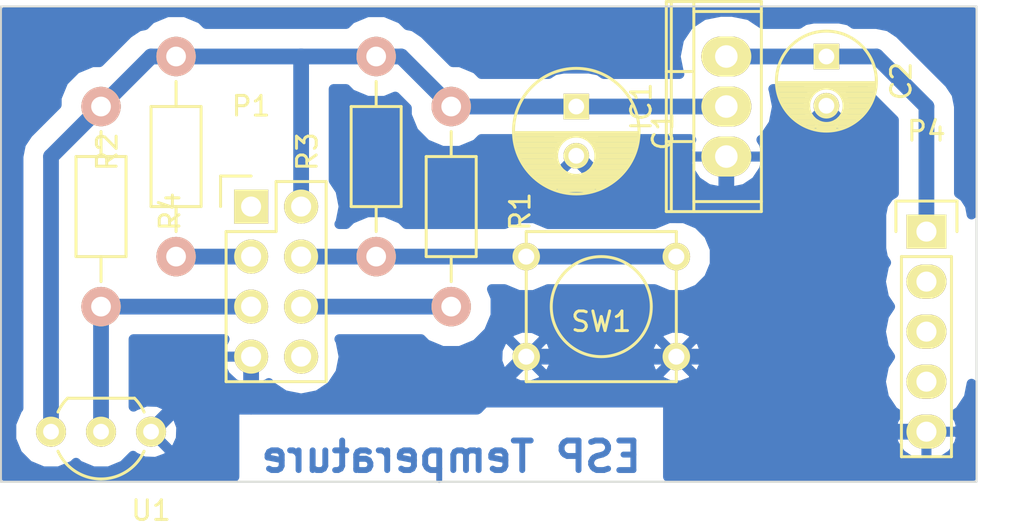
<source format=kicad_pcb>
(kicad_pcb (version 4) (host pcbnew 4.0.2+dfsg1-stable)

  (general
    (links 23)
    (no_connects 0)
    (area 125.275 78.880999 178.428334 107.175)
    (thickness 1.6)
    (drawings 5)
    (tracks 41)
    (zones 0)
    (modules 11)
    (nets 13)
  )

  (page A4)
  (layers
    (0 F.Cu signal)
    (31 B.Cu signal)
    (32 B.Adhes user)
    (33 F.Adhes user)
    (34 B.Paste user)
    (35 F.Paste user)
    (36 B.SilkS user)
    (37 F.SilkS user)
    (38 B.Mask user)
    (39 F.Mask user)
    (40 Dwgs.User user)
    (41 Cmts.User user)
    (42 Eco1.User user)
    (43 Eco2.User user)
    (44 Edge.Cuts user)
    (45 Margin user)
    (46 B.CrtYd user)
    (47 F.CrtYd user)
    (48 B.Fab user)
    (49 F.Fab user)
  )

  (setup
    (last_trace_width 0.8)
    (trace_clearance 0.8)
    (zone_clearance 1)
    (zone_45_only yes)
    (trace_min 0.2)
    (segment_width 0.2)
    (edge_width 0.1)
    (via_size 0.6)
    (via_drill 0.4)
    (via_min_size 0.4)
    (via_min_drill 0.3)
    (uvia_size 0.3)
    (uvia_drill 0.1)
    (uvias_allowed no)
    (uvia_min_size 0.2)
    (uvia_min_drill 0.1)
    (pcb_text_width 0.3)
    (pcb_text_size 1.5 1.5)
    (mod_edge_width 0.15)
    (mod_text_size 1 1)
    (mod_text_width 0.15)
    (pad_size 1.5 1.5)
    (pad_drill 0.6)
    (pad_to_mask_clearance 0)
    (aux_axis_origin 0 0)
    (visible_elements FFFFFF7F)
    (pcbplotparams
      (layerselection 0x00000_80000000)
      (usegerberextensions false)
      (excludeedgelayer true)
      (linewidth 0.100000)
      (plotframeref false)
      (viasonmask false)
      (mode 1)
      (useauxorigin false)
      (hpglpennumber 1)
      (hpglpenspeed 20)
      (hpglpendiameter 15)
      (hpglpenoverlay 2)
      (psnegative false)
      (psa4output false)
      (plotreference false)
      (plotvalue false)
      (plotinvisibletext false)
      (padsonsilk false)
      (subtractmaskfromsilk false)
      (outputformat 4)
      (mirror false)
      (drillshape 1)
      (scaleselection 1)
      (outputdirectory ""))
  )

  (net 0 "")
  (net 1 /RX)
  (net 2 /VCC)
  (net 3 /GPIO0)
  (net 4 /RST)
  (net 5 /GPIO2)
  (net 6 /CH_PD)
  (net 7 GND)
  (net 8 /TX)
  (net 9 "Net-(P4-Pad2)")
  (net 10 "Net-(P4-Pad3)")
  (net 11 "Net-(P4-Pad4)")
  (net 12 "Net-(C2-Pad1)")

  (net_class Default "This is the default net class."
    (clearance 0.8)
    (trace_width 0.8)
    (via_dia 0.6)
    (via_drill 0.4)
    (uvia_dia 0.3)
    (uvia_drill 0.1)
    (add_net /CH_PD)
    (add_net /GPIO0)
    (add_net /GPIO2)
    (add_net /RST)
    (add_net /RX)
    (add_net /TX)
    (add_net /VCC)
    (add_net GND)
    (add_net "Net-(C2-Pad1)")
    (add_net "Net-(P4-Pad2)")
    (add_net "Net-(P4-Pad3)")
    (add_net "Net-(P4-Pad4)")
  )

  (module Pin_Headers:Pin_Header_Straight_2x04 (layer F.Cu) (tedit 0) (tstamp 5A8A9914)
    (at 138.43 90.17)
    (descr "Through hole pin header")
    (tags "pin header")
    (path /5A353A5E)
    (fp_text reference P1 (at 0 -5.1) (layer F.SilkS)
      (effects (font (size 1 1) (thickness 0.15)))
    )
    (fp_text value CONN_02X04 (at 0 -3.1) (layer F.Fab)
      (effects (font (size 1 1) (thickness 0.15)))
    )
    (fp_line (start -1.75 -1.75) (end -1.75 9.4) (layer F.CrtYd) (width 0.05))
    (fp_line (start 4.3 -1.75) (end 4.3 9.4) (layer F.CrtYd) (width 0.05))
    (fp_line (start -1.75 -1.75) (end 4.3 -1.75) (layer F.CrtYd) (width 0.05))
    (fp_line (start -1.75 9.4) (end 4.3 9.4) (layer F.CrtYd) (width 0.05))
    (fp_line (start -1.27 1.27) (end -1.27 8.89) (layer F.SilkS) (width 0.15))
    (fp_line (start -1.27 8.89) (end 3.81 8.89) (layer F.SilkS) (width 0.15))
    (fp_line (start 3.81 8.89) (end 3.81 -1.27) (layer F.SilkS) (width 0.15))
    (fp_line (start 3.81 -1.27) (end 1.27 -1.27) (layer F.SilkS) (width 0.15))
    (fp_line (start 0 -1.55) (end -1.55 -1.55) (layer F.SilkS) (width 0.15))
    (fp_line (start 1.27 -1.27) (end 1.27 1.27) (layer F.SilkS) (width 0.15))
    (fp_line (start 1.27 1.27) (end -1.27 1.27) (layer F.SilkS) (width 0.15))
    (fp_line (start -1.55 -1.55) (end -1.55 0) (layer F.SilkS) (width 0.15))
    (pad 1 thru_hole rect (at 0 0) (size 1.7272 1.7272) (drill 1.016) (layers *.Cu *.Mask F.SilkS)
      (net 1 /RX))
    (pad 2 thru_hole oval (at 2.54 0) (size 1.7272 1.7272) (drill 1.016) (layers *.Cu *.Mask F.SilkS)
      (net 2 /VCC))
    (pad 3 thru_hole oval (at 0 2.54) (size 1.7272 1.7272) (drill 1.016) (layers *.Cu *.Mask F.SilkS)
      (net 3 /GPIO0))
    (pad 4 thru_hole oval (at 2.54 2.54) (size 1.7272 1.7272) (drill 1.016) (layers *.Cu *.Mask F.SilkS)
      (net 4 /RST))
    (pad 5 thru_hole oval (at 0 5.08) (size 1.7272 1.7272) (drill 1.016) (layers *.Cu *.Mask F.SilkS)
      (net 5 /GPIO2))
    (pad 6 thru_hole oval (at 2.54 5.08) (size 1.7272 1.7272) (drill 1.016) (layers *.Cu *.Mask F.SilkS)
      (net 6 /CH_PD))
    (pad 7 thru_hole oval (at 0 7.62) (size 1.7272 1.7272) (drill 1.016) (layers *.Cu *.Mask F.SilkS)
      (net 7 GND))
    (pad 8 thru_hole oval (at 2.54 7.62) (size 1.7272 1.7272) (drill 1.016) (layers *.Cu *.Mask F.SilkS)
      (net 8 /TX))
    (model Pin_Headers.3dshapes/Pin_Header_Straight_2x04.wrl
      (at (xyz 0.05 -0.15 0))
      (scale (xyz 1 1 1))
      (rotate (xyz 0 0 90))
    )
  )

  (module Pin_Headers:Pin_Header_Straight_1x05 (layer F.Cu) (tedit 54EA0684) (tstamp 5A8A9928)
    (at 172.72 91.44)
    (descr "Through hole pin header")
    (tags "pin header")
    (path /5A353EA5)
    (fp_text reference P4 (at 0 -5.1) (layer F.SilkS)
      (effects (font (size 1 1) (thickness 0.15)))
    )
    (fp_text value CONN_01X05 (at 0 -3.1) (layer F.Fab)
      (effects (font (size 1 1) (thickness 0.15)))
    )
    (fp_line (start -1.55 0) (end -1.55 -1.55) (layer F.SilkS) (width 0.15))
    (fp_line (start -1.55 -1.55) (end 1.55 -1.55) (layer F.SilkS) (width 0.15))
    (fp_line (start 1.55 -1.55) (end 1.55 0) (layer F.SilkS) (width 0.15))
    (fp_line (start -1.75 -1.75) (end -1.75 11.95) (layer F.CrtYd) (width 0.05))
    (fp_line (start 1.75 -1.75) (end 1.75 11.95) (layer F.CrtYd) (width 0.05))
    (fp_line (start -1.75 -1.75) (end 1.75 -1.75) (layer F.CrtYd) (width 0.05))
    (fp_line (start -1.75 11.95) (end 1.75 11.95) (layer F.CrtYd) (width 0.05))
    (fp_line (start 1.27 1.27) (end 1.27 11.43) (layer F.SilkS) (width 0.15))
    (fp_line (start 1.27 11.43) (end -1.27 11.43) (layer F.SilkS) (width 0.15))
    (fp_line (start -1.27 11.43) (end -1.27 1.27) (layer F.SilkS) (width 0.15))
    (fp_line (start 1.27 1.27) (end -1.27 1.27) (layer F.SilkS) (width 0.15))
    (pad 1 thru_hole rect (at 0 0) (size 2.032 1.7272) (drill 1.016) (layers *.Cu *.Mask F.SilkS)
      (net 12 "Net-(C2-Pad1)"))
    (pad 2 thru_hole oval (at 0 2.54) (size 2.032 1.7272) (drill 1.016) (layers *.Cu *.Mask F.SilkS)
      (net 9 "Net-(P4-Pad2)"))
    (pad 3 thru_hole oval (at 0 5.08) (size 2.032 1.7272) (drill 1.016) (layers *.Cu *.Mask F.SilkS)
      (net 10 "Net-(P4-Pad3)"))
    (pad 4 thru_hole oval (at 0 7.62) (size 2.032 1.7272) (drill 1.016) (layers *.Cu *.Mask F.SilkS)
      (net 11 "Net-(P4-Pad4)"))
    (pad 5 thru_hole oval (at 0 10.16) (size 2.032 1.7272) (drill 1.016) (layers *.Cu *.Mask F.SilkS)
      (net 7 GND))
    (model Pin_Headers.3dshapes/Pin_Header_Straight_1x05.wrl
      (at (xyz 0 -0.2 0))
      (scale (xyz 1 1 1))
      (rotate (xyz 0 0 90))
    )
  )

  (module resistor_fix:Resistor_Horizontal_RM10mm (layer F.Cu) (tedit 56648415) (tstamp 5A8A9938)
    (at 148.59 85.09 270)
    (descr "Resistor, Axial,  RM 10mm, 1/3W")
    (tags "Resistor Axial RM 10mm 1/3W")
    (path /5A3546B4)
    (fp_text reference R1 (at 5.32892 -3.50012 270) (layer F.SilkS)
      (effects (font (size 1 1) (thickness 0.15)))
    )
    (fp_text value 10k (at 5.08 3.81 270) (layer F.Fab)
      (effects (font (size 1 1) (thickness 0.15)))
    )
    (fp_line (start -1.25 -1.5) (end 11.4 -1.5) (layer F.CrtYd) (width 0.05))
    (fp_line (start -1.25 1.5) (end -1.25 -1.5) (layer F.CrtYd) (width 0.05))
    (fp_line (start 11.4 -1.5) (end 11.4 1.5) (layer F.CrtYd) (width 0.05))
    (fp_line (start -1.25 1.5) (end 11.4 1.5) (layer F.CrtYd) (width 0.05))
    (fp_line (start 2.54 -1.27) (end 7.62 -1.27) (layer F.SilkS) (width 0.15))
    (fp_line (start 7.62 -1.27) (end 7.62 1.27) (layer F.SilkS) (width 0.15))
    (fp_line (start 7.62 1.27) (end 2.54 1.27) (layer F.SilkS) (width 0.15))
    (fp_line (start 2.54 1.27) (end 2.54 -1.27) (layer F.SilkS) (width 0.15))
    (fp_line (start 2.54 0) (end 1.27 0) (layer F.SilkS) (width 0.15))
    (fp_line (start 7.62 0) (end 8.89 0) (layer F.SilkS) (width 0.15))
    (pad 1 thru_hole circle (at 0 0 270) (size 1.99898 1.99898) (drill 1.00076) (layers *.Cu *.SilkS *.Mask)
      (net 2 /VCC))
    (pad 2 thru_hole circle (at 10.16 0 270) (size 1.99898 1.99898) (drill 1.00076) (layers *.Cu *.SilkS *.Mask)
      (net 6 /CH_PD))
    (model Resistors_ThroughHole.3dshapes/Resistor_Horizontal_RM10mm.wrl
      (at (xyz 0.2 0 0))
      (scale (xyz 0.4 0.4 0.4))
      (rotate (xyz 0 0 0))
    )
  )

  (module resistor_fix:Resistor_Horizontal_RM10mm (layer F.Cu) (tedit 56648415) (tstamp 5A8A9948)
    (at 134.62 92.71 90)
    (descr "Resistor, Axial,  RM 10mm, 1/3W")
    (tags "Resistor Axial RM 10mm 1/3W")
    (path /5A354B0E)
    (fp_text reference R2 (at 5.32892 -3.50012 90) (layer F.SilkS)
      (effects (font (size 1 1) (thickness 0.15)))
    )
    (fp_text value 10k (at 5.08 3.81 90) (layer F.Fab)
      (effects (font (size 1 1) (thickness 0.15)))
    )
    (fp_line (start -1.25 -1.5) (end 11.4 -1.5) (layer F.CrtYd) (width 0.05))
    (fp_line (start -1.25 1.5) (end -1.25 -1.5) (layer F.CrtYd) (width 0.05))
    (fp_line (start 11.4 -1.5) (end 11.4 1.5) (layer F.CrtYd) (width 0.05))
    (fp_line (start -1.25 1.5) (end 11.4 1.5) (layer F.CrtYd) (width 0.05))
    (fp_line (start 2.54 -1.27) (end 7.62 -1.27) (layer F.SilkS) (width 0.15))
    (fp_line (start 7.62 -1.27) (end 7.62 1.27) (layer F.SilkS) (width 0.15))
    (fp_line (start 7.62 1.27) (end 2.54 1.27) (layer F.SilkS) (width 0.15))
    (fp_line (start 2.54 1.27) (end 2.54 -1.27) (layer F.SilkS) (width 0.15))
    (fp_line (start 2.54 0) (end 1.27 0) (layer F.SilkS) (width 0.15))
    (fp_line (start 7.62 0) (end 8.89 0) (layer F.SilkS) (width 0.15))
    (pad 1 thru_hole circle (at 0 0 90) (size 1.99898 1.99898) (drill 1.00076) (layers *.Cu *.SilkS *.Mask)
      (net 3 /GPIO0))
    (pad 2 thru_hole circle (at 10.16 0 90) (size 1.99898 1.99898) (drill 1.00076) (layers *.Cu *.SilkS *.Mask)
      (net 2 /VCC))
    (model Resistors_ThroughHole.3dshapes/Resistor_Horizontal_RM10mm.wrl
      (at (xyz 0.2 0 0))
      (scale (xyz 0.4 0.4 0.4))
      (rotate (xyz 0 0 0))
    )
  )

  (module resistor_fix:Resistor_Horizontal_RM10mm (layer F.Cu) (tedit 56648415) (tstamp 5A8A9968)
    (at 130.81 85.09 270)
    (descr "Resistor, Axial,  RM 10mm, 1/3W")
    (tags "Resistor Axial RM 10mm 1/3W")
    (path /5A354CE0)
    (fp_text reference R4 (at 5.32892 -3.50012 270) (layer F.SilkS)
      (effects (font (size 1 1) (thickness 0.15)))
    )
    (fp_text value 4.7k (at 5.08 3.81 270) (layer F.Fab)
      (effects (font (size 1 1) (thickness 0.15)))
    )
    (fp_line (start -1.25 -1.5) (end 11.4 -1.5) (layer F.CrtYd) (width 0.05))
    (fp_line (start -1.25 1.5) (end -1.25 -1.5) (layer F.CrtYd) (width 0.05))
    (fp_line (start 11.4 -1.5) (end 11.4 1.5) (layer F.CrtYd) (width 0.05))
    (fp_line (start -1.25 1.5) (end 11.4 1.5) (layer F.CrtYd) (width 0.05))
    (fp_line (start 2.54 -1.27) (end 7.62 -1.27) (layer F.SilkS) (width 0.15))
    (fp_line (start 7.62 -1.27) (end 7.62 1.27) (layer F.SilkS) (width 0.15))
    (fp_line (start 7.62 1.27) (end 2.54 1.27) (layer F.SilkS) (width 0.15))
    (fp_line (start 2.54 1.27) (end 2.54 -1.27) (layer F.SilkS) (width 0.15))
    (fp_line (start 2.54 0) (end 1.27 0) (layer F.SilkS) (width 0.15))
    (fp_line (start 7.62 0) (end 8.89 0) (layer F.SilkS) (width 0.15))
    (pad 1 thru_hole circle (at 0 0 270) (size 1.99898 1.99898) (drill 1.00076) (layers *.Cu *.SilkS *.Mask)
      (net 2 /VCC))
    (pad 2 thru_hole circle (at 10.16 0 270) (size 1.99898 1.99898) (drill 1.00076) (layers *.Cu *.SilkS *.Mask)
      (net 5 /GPIO2))
    (model Resistors_ThroughHole.3dshapes/Resistor_Horizontal_RM10mm.wrl
      (at (xyz 0.2 0 0))
      (scale (xyz 0.4 0.4 0.4))
      (rotate (xyz 0 0 0))
    )
  )

  (module TO_SOT_Packages_THT:TO-92_Inline_Wide (layer F.Cu) (tedit 54F242B4) (tstamp 5A8A9988)
    (at 133.35 101.6 180)
    (descr "TO-92 leads in-line, wide, drill 0.8mm (see NXP sot054_po.pdf)")
    (tags "to-92 sc-43 sc-43a sot54 PA33 transistor")
    (path /5A354F9F)
    (fp_text reference U1 (at 0 -4 360) (layer F.SilkS)
      (effects (font (size 1 1) (thickness 0.15)))
    )
    (fp_text value DS18B20 (at 0 3 180) (layer F.Fab)
      (effects (font (size 1 1) (thickness 0.15)))
    )
    (fp_arc (start 2.54 0) (end 0.84 1.7) (angle 20.5) (layer F.SilkS) (width 0.15))
    (fp_arc (start 2.54 0) (end 4.24 1.7) (angle -20.5) (layer F.SilkS) (width 0.15))
    (fp_line (start -1 1.95) (end -1 -2.65) (layer F.CrtYd) (width 0.05))
    (fp_line (start -1 1.95) (end 6.1 1.95) (layer F.CrtYd) (width 0.05))
    (fp_line (start 0.84 1.7) (end 4.24 1.7) (layer F.SilkS) (width 0.15))
    (fp_arc (start 2.54 0) (end 2.54 -2.4) (angle -65.55604127) (layer F.SilkS) (width 0.15))
    (fp_arc (start 2.54 0) (end 2.54 -2.4) (angle 65.55604127) (layer F.SilkS) (width 0.15))
    (fp_line (start -1 -2.65) (end 6.1 -2.65) (layer F.CrtYd) (width 0.05))
    (fp_line (start 6.1 1.95) (end 6.1 -2.65) (layer F.CrtYd) (width 0.05))
    (pad 2 thru_hole circle (at 2.54 0 270) (size 1.524 1.524) (drill 0.8) (layers *.Cu *.Mask F.SilkS)
      (net 5 /GPIO2))
    (pad 3 thru_hole circle (at 5.08 0 270) (size 1.524 1.524) (drill 0.8) (layers *.Cu *.Mask F.SilkS)
      (net 2 /VCC))
    (pad 1 thru_hole circle (at 0 0 270) (size 1.524 1.524) (drill 0.8) (layers *.Cu *.Mask F.SilkS)
      (net 7 GND))
    (model TO_SOT_Packages_THT.3dshapes/TO-92_Inline_Wide.wrl
      (at (xyz 0.1 0 0))
      (scale (xyz 1 1 1))
      (rotate (xyz 0 0 -90))
    )
  )

  (module Buttons_Switches_ThroughHole:SW_PUSH_SMALL (layer F.Cu) (tedit 0) (tstamp 5A8AC802)
    (at 156.21 95.25 180)
    (path /5A35456D)
    (fp_text reference SW1 (at 0 -0.762 180) (layer F.SilkS)
      (effects (font (size 1 1) (thickness 0.15)))
    )
    (fp_text value SW_PUSH (at 0 1.016 180) (layer F.Fab)
      (effects (font (size 1 1) (thickness 0.15)))
    )
    (fp_circle (center 0 0) (end 0 -2.54) (layer F.SilkS) (width 0.15))
    (fp_line (start -3.81 -3.81) (end 3.81 -3.81) (layer F.SilkS) (width 0.15))
    (fp_line (start 3.81 -3.81) (end 3.81 3.81) (layer F.SilkS) (width 0.15))
    (fp_line (start 3.81 3.81) (end -3.81 3.81) (layer F.SilkS) (width 0.15))
    (fp_line (start -3.81 -3.81) (end -3.81 3.81) (layer F.SilkS) (width 0.15))
    (pad 1 thru_hole circle (at 3.81 -2.54 180) (size 1.397 1.397) (drill 0.8128) (layers *.Cu *.Mask F.SilkS)
      (net 7 GND))
    (pad 2 thru_hole circle (at 3.81 2.54 180) (size 1.397 1.397) (drill 0.8128) (layers *.Cu *.Mask F.SilkS)
      (net 4 /RST))
    (pad 1 thru_hole circle (at -3.81 -2.54 180) (size 1.397 1.397) (drill 0.8128) (layers *.Cu *.Mask F.SilkS)
      (net 7 GND))
    (pad 2 thru_hole circle (at -3.81 2.54 180) (size 1.397 1.397) (drill 0.8128) (layers *.Cu *.Mask F.SilkS)
      (net 4 /RST))
  )

  (module resistor_fix:Resistor_Horizontal_RM10mm (layer F.Cu) (tedit 56648415) (tstamp 5A8C7680)
    (at 144.78 92.71 90)
    (descr "Resistor, Axial,  RM 10mm, 1/3W")
    (tags "Resistor Axial RM 10mm 1/3W")
    (path /5A354024)
    (fp_text reference R3 (at 5.32892 -3.50012 90) (layer F.SilkS)
      (effects (font (size 1 1) (thickness 0.15)))
    )
    (fp_text value 10k (at 5.08 3.81 90) (layer F.Fab)
      (effects (font (size 1 1) (thickness 0.15)))
    )
    (fp_line (start -1.25 -1.5) (end 11.4 -1.5) (layer F.CrtYd) (width 0.05))
    (fp_line (start -1.25 1.5) (end -1.25 -1.5) (layer F.CrtYd) (width 0.05))
    (fp_line (start 11.4 -1.5) (end 11.4 1.5) (layer F.CrtYd) (width 0.05))
    (fp_line (start -1.25 1.5) (end 11.4 1.5) (layer F.CrtYd) (width 0.05))
    (fp_line (start 2.54 -1.27) (end 7.62 -1.27) (layer F.SilkS) (width 0.15))
    (fp_line (start 7.62 -1.27) (end 7.62 1.27) (layer F.SilkS) (width 0.15))
    (fp_line (start 7.62 1.27) (end 2.54 1.27) (layer F.SilkS) (width 0.15))
    (fp_line (start 2.54 1.27) (end 2.54 -1.27) (layer F.SilkS) (width 0.15))
    (fp_line (start 2.54 0) (end 1.27 0) (layer F.SilkS) (width 0.15))
    (fp_line (start 7.62 0) (end 8.89 0) (layer F.SilkS) (width 0.15))
    (pad 1 thru_hole circle (at 0 0 90) (size 1.99898 1.99898) (drill 1.00076) (layers *.Cu *.SilkS *.Mask)
      (net 4 /RST))
    (pad 2 thru_hole circle (at 10.16 0 90) (size 1.99898 1.99898) (drill 1.00076) (layers *.Cu *.SilkS *.Mask)
      (net 2 /VCC))
    (model Resistors_ThroughHole.3dshapes/Resistor_Horizontal_RM10mm.wrl
      (at (xyz 0.2 0 0))
      (scale (xyz 0.4 0.4 0.4))
      (rotate (xyz 0 0 0))
    )
  )

  (module Capacitors_ThroughHole:C_Radial_D6.3_L11.2_P2.5 (layer F.Cu) (tedit 0) (tstamp 5A9D9980)
    (at 154.94 85.09 270)
    (descr "Radial Electrolytic Capacitor, Diameter 6.3mm x Length 11.2mm, Pitch 2.5mm")
    (tags "Electrolytic Capacitor")
    (path /5A9D59C0)
    (fp_text reference C1 (at 1.25 -4.4 270) (layer F.SilkS)
      (effects (font (size 1 1) (thickness 0.15)))
    )
    (fp_text value 100µF (at 1.25 4.4 270) (layer F.Fab)
      (effects (font (size 1 1) (thickness 0.15)))
    )
    (fp_line (start 1.325 -3.149) (end 1.325 3.149) (layer F.SilkS) (width 0.15))
    (fp_line (start 1.465 -3.143) (end 1.465 3.143) (layer F.SilkS) (width 0.15))
    (fp_line (start 1.605 -3.13) (end 1.605 -0.446) (layer F.SilkS) (width 0.15))
    (fp_line (start 1.605 0.446) (end 1.605 3.13) (layer F.SilkS) (width 0.15))
    (fp_line (start 1.745 -3.111) (end 1.745 -0.656) (layer F.SilkS) (width 0.15))
    (fp_line (start 1.745 0.656) (end 1.745 3.111) (layer F.SilkS) (width 0.15))
    (fp_line (start 1.885 -3.085) (end 1.885 -0.789) (layer F.SilkS) (width 0.15))
    (fp_line (start 1.885 0.789) (end 1.885 3.085) (layer F.SilkS) (width 0.15))
    (fp_line (start 2.025 -3.053) (end 2.025 -0.88) (layer F.SilkS) (width 0.15))
    (fp_line (start 2.025 0.88) (end 2.025 3.053) (layer F.SilkS) (width 0.15))
    (fp_line (start 2.165 -3.014) (end 2.165 -0.942) (layer F.SilkS) (width 0.15))
    (fp_line (start 2.165 0.942) (end 2.165 3.014) (layer F.SilkS) (width 0.15))
    (fp_line (start 2.305 -2.968) (end 2.305 -0.981) (layer F.SilkS) (width 0.15))
    (fp_line (start 2.305 0.981) (end 2.305 2.968) (layer F.SilkS) (width 0.15))
    (fp_line (start 2.445 -2.915) (end 2.445 -0.998) (layer F.SilkS) (width 0.15))
    (fp_line (start 2.445 0.998) (end 2.445 2.915) (layer F.SilkS) (width 0.15))
    (fp_line (start 2.585 -2.853) (end 2.585 -0.996) (layer F.SilkS) (width 0.15))
    (fp_line (start 2.585 0.996) (end 2.585 2.853) (layer F.SilkS) (width 0.15))
    (fp_line (start 2.725 -2.783) (end 2.725 -0.974) (layer F.SilkS) (width 0.15))
    (fp_line (start 2.725 0.974) (end 2.725 2.783) (layer F.SilkS) (width 0.15))
    (fp_line (start 2.865 -2.704) (end 2.865 -0.931) (layer F.SilkS) (width 0.15))
    (fp_line (start 2.865 0.931) (end 2.865 2.704) (layer F.SilkS) (width 0.15))
    (fp_line (start 3.005 -2.616) (end 3.005 -0.863) (layer F.SilkS) (width 0.15))
    (fp_line (start 3.005 0.863) (end 3.005 2.616) (layer F.SilkS) (width 0.15))
    (fp_line (start 3.145 -2.516) (end 3.145 -0.764) (layer F.SilkS) (width 0.15))
    (fp_line (start 3.145 0.764) (end 3.145 2.516) (layer F.SilkS) (width 0.15))
    (fp_line (start 3.285 -2.404) (end 3.285 -0.619) (layer F.SilkS) (width 0.15))
    (fp_line (start 3.285 0.619) (end 3.285 2.404) (layer F.SilkS) (width 0.15))
    (fp_line (start 3.425 -2.279) (end 3.425 -0.38) (layer F.SilkS) (width 0.15))
    (fp_line (start 3.425 0.38) (end 3.425 2.279) (layer F.SilkS) (width 0.15))
    (fp_line (start 3.565 -2.136) (end 3.565 2.136) (layer F.SilkS) (width 0.15))
    (fp_line (start 3.705 -1.974) (end 3.705 1.974) (layer F.SilkS) (width 0.15))
    (fp_line (start 3.845 -1.786) (end 3.845 1.786) (layer F.SilkS) (width 0.15))
    (fp_line (start 3.985 -1.563) (end 3.985 1.563) (layer F.SilkS) (width 0.15))
    (fp_line (start 4.125 -1.287) (end 4.125 1.287) (layer F.SilkS) (width 0.15))
    (fp_line (start 4.265 -0.912) (end 4.265 0.912) (layer F.SilkS) (width 0.15))
    (fp_circle (center 2.5 0) (end 2.5 -1) (layer F.SilkS) (width 0.15))
    (fp_circle (center 1.25 0) (end 1.25 -3.1875) (layer F.SilkS) (width 0.15))
    (fp_circle (center 1.25 0) (end 1.25 -3.4) (layer F.CrtYd) (width 0.05))
    (pad 2 thru_hole circle (at 2.5 0 270) (size 1.3 1.3) (drill 0.8) (layers *.Cu *.Mask F.SilkS)
      (net 7 GND))
    (pad 1 thru_hole rect (at 0 0 270) (size 1.3 1.3) (drill 0.8) (layers *.Cu *.Mask F.SilkS)
      (net 2 /VCC))
    (model Capacitors_ThroughHole.3dshapes/C_Radial_D6.3_L11.2_P2.5.wrl
      (at (xyz 0 0 0))
      (scale (xyz 1 1 1))
      (rotate (xyz 0 0 0))
    )
  )

  (module Capacitors_ThroughHole:C_Radial_D5_L11_P2.5 (layer F.Cu) (tedit 0) (tstamp 5A9D99A8)
    (at 167.64 82.55 270)
    (descr "Radial Electrolytic Capacitor Diameter 5mm x Length 11mm, Pitch 2.5mm")
    (tags "Electrolytic Capacitor")
    (path /5A9D5933)
    (fp_text reference C2 (at 1.25 -3.8 270) (layer F.SilkS)
      (effects (font (size 1 1) (thickness 0.15)))
    )
    (fp_text value 10µF (at 1.25 3.8 270) (layer F.Fab)
      (effects (font (size 1 1) (thickness 0.15)))
    )
    (fp_line (start 1.325 -2.499) (end 1.325 2.499) (layer F.SilkS) (width 0.15))
    (fp_line (start 1.465 -2.491) (end 1.465 2.491) (layer F.SilkS) (width 0.15))
    (fp_line (start 1.605 -2.475) (end 1.605 -0.095) (layer F.SilkS) (width 0.15))
    (fp_line (start 1.605 0.095) (end 1.605 2.475) (layer F.SilkS) (width 0.15))
    (fp_line (start 1.745 -2.451) (end 1.745 -0.49) (layer F.SilkS) (width 0.15))
    (fp_line (start 1.745 0.49) (end 1.745 2.451) (layer F.SilkS) (width 0.15))
    (fp_line (start 1.885 -2.418) (end 1.885 -0.657) (layer F.SilkS) (width 0.15))
    (fp_line (start 1.885 0.657) (end 1.885 2.418) (layer F.SilkS) (width 0.15))
    (fp_line (start 2.025 -2.377) (end 2.025 -0.764) (layer F.SilkS) (width 0.15))
    (fp_line (start 2.025 0.764) (end 2.025 2.377) (layer F.SilkS) (width 0.15))
    (fp_line (start 2.165 -2.327) (end 2.165 -0.835) (layer F.SilkS) (width 0.15))
    (fp_line (start 2.165 0.835) (end 2.165 2.327) (layer F.SilkS) (width 0.15))
    (fp_line (start 2.305 -2.266) (end 2.305 -0.879) (layer F.SilkS) (width 0.15))
    (fp_line (start 2.305 0.879) (end 2.305 2.266) (layer F.SilkS) (width 0.15))
    (fp_line (start 2.445 -2.196) (end 2.445 -0.898) (layer F.SilkS) (width 0.15))
    (fp_line (start 2.445 0.898) (end 2.445 2.196) (layer F.SilkS) (width 0.15))
    (fp_line (start 2.585 -2.114) (end 2.585 -0.896) (layer F.SilkS) (width 0.15))
    (fp_line (start 2.585 0.896) (end 2.585 2.114) (layer F.SilkS) (width 0.15))
    (fp_line (start 2.725 -2.019) (end 2.725 -0.871) (layer F.SilkS) (width 0.15))
    (fp_line (start 2.725 0.871) (end 2.725 2.019) (layer F.SilkS) (width 0.15))
    (fp_line (start 2.865 -1.908) (end 2.865 -0.823) (layer F.SilkS) (width 0.15))
    (fp_line (start 2.865 0.823) (end 2.865 1.908) (layer F.SilkS) (width 0.15))
    (fp_line (start 3.005 -1.78) (end 3.005 -0.745) (layer F.SilkS) (width 0.15))
    (fp_line (start 3.005 0.745) (end 3.005 1.78) (layer F.SilkS) (width 0.15))
    (fp_line (start 3.145 -1.631) (end 3.145 -0.628) (layer F.SilkS) (width 0.15))
    (fp_line (start 3.145 0.628) (end 3.145 1.631) (layer F.SilkS) (width 0.15))
    (fp_line (start 3.285 -1.452) (end 3.285 -0.44) (layer F.SilkS) (width 0.15))
    (fp_line (start 3.285 0.44) (end 3.285 1.452) (layer F.SilkS) (width 0.15))
    (fp_line (start 3.425 -1.233) (end 3.425 1.233) (layer F.SilkS) (width 0.15))
    (fp_line (start 3.565 -0.944) (end 3.565 0.944) (layer F.SilkS) (width 0.15))
    (fp_line (start 3.705 -0.472) (end 3.705 0.472) (layer F.SilkS) (width 0.15))
    (fp_circle (center 2.5 0) (end 2.5 -0.9) (layer F.SilkS) (width 0.15))
    (fp_circle (center 1.25 0) (end 1.25 -2.5375) (layer F.SilkS) (width 0.15))
    (fp_circle (center 1.25 0) (end 1.25 -2.8) (layer F.CrtYd) (width 0.05))
    (pad 1 thru_hole rect (at 0 0 270) (size 1.3 1.3) (drill 0.8) (layers *.Cu *.Mask F.SilkS)
      (net 12 "Net-(C2-Pad1)"))
    (pad 2 thru_hole circle (at 2.5 0 270) (size 1.3 1.3) (drill 0.8) (layers *.Cu *.Mask F.SilkS)
      (net 7 GND))
    (model Capacitors_ThroughHole.3dshapes/C_Radial_D5_L11_P2.5.wrl
      (at (xyz 0.049213 0 0))
      (scale (xyz 1 1 1))
      (rotate (xyz 0 0 90))
    )
  )

  (module Power_Integrations:TO-220 (layer F.Cu) (tedit 0) (tstamp 5A9D99B9)
    (at 162.56 85.09 90)
    (descr "Non Isolated JEDEC TO-220 Package")
    (tags "Power Integration YN Package")
    (path /5A9D63AD)
    (fp_text reference IC1 (at 0 -4.318 90) (layer F.SilkS)
      (effects (font (size 1 1) (thickness 0.15)))
    )
    (fp_text value LM1117 (at 0 -4.318 90) (layer F.Fab)
      (effects (font (size 1 1) (thickness 0.15)))
    )
    (fp_line (start 4.826 -1.651) (end 4.826 1.778) (layer F.SilkS) (width 0.15))
    (fp_line (start -4.826 -1.651) (end -4.826 1.778) (layer F.SilkS) (width 0.15))
    (fp_line (start 5.334 -2.794) (end -5.334 -2.794) (layer F.SilkS) (width 0.15))
    (fp_line (start 1.778 -1.778) (end 1.778 -3.048) (layer F.SilkS) (width 0.15))
    (fp_line (start -1.778 -1.778) (end -1.778 -3.048) (layer F.SilkS) (width 0.15))
    (fp_line (start -5.334 -1.651) (end 5.334 -1.651) (layer F.SilkS) (width 0.15))
    (fp_line (start 5.334 1.778) (end -5.334 1.778) (layer F.SilkS) (width 0.15))
    (fp_line (start -5.334 -3.048) (end -5.334 1.778) (layer F.SilkS) (width 0.15))
    (fp_line (start 5.334 -3.048) (end 5.334 1.778) (layer F.SilkS) (width 0.15))
    (fp_line (start 5.334 -3.048) (end -5.334 -3.048) (layer F.SilkS) (width 0.15))
    (pad 2 thru_hole oval (at 0 0 90) (size 2.032 2.54) (drill 1.143) (layers *.Cu *.Mask F.SilkS)
      (net 2 /VCC))
    (pad 3 thru_hole oval (at 2.54 0 90) (size 2.032 2.54) (drill 1.143) (layers *.Cu *.Mask F.SilkS)
      (net 12 "Net-(C2-Pad1)"))
    (pad 1 thru_hole oval (at -2.54 0 90) (size 2.032 2.54) (drill 1.143) (layers *.Cu *.Mask F.SilkS)
      (net 7 GND))
  )

  (gr_line (start 125.73 80.01) (end 175.26 80.01) (angle 90) (layer Edge.Cuts) (width 0.1))
  (gr_line (start 125.73 104.14) (end 125.73 80.01) (angle 90) (layer Edge.Cuts) (width 0.1))
  (gr_line (start 175.26 104.14) (end 125.73 104.14) (angle 90) (layer Edge.Cuts) (width 0.1))
  (gr_line (start 175.26 80.01) (end 175.26 104.14) (angle 90) (layer Edge.Cuts) (width 0.1))
  (gr_text "ESP Temperature" (at 148.59 102.87) (layer B.Cu)
    (effects (font (size 1.5 1.5) (thickness 0.3)) (justify mirror))
  )

  (segment (start 128.27 101.6) (end 128.27 87.63) (width 0.8) (layer B.Cu) (net 2))
  (segment (start 128.27 87.63) (end 130.81 85.09) (width 0.8) (layer B.Cu) (net 2) (tstamp 5A9D9CA1))
  (segment (start 162.56 85.09) (end 154.94 85.09) (width 0.8) (layer B.Cu) (net 2))
  (segment (start 148.59 85.09) (end 154.94 85.09) (width 0.8) (layer B.Cu) (net 2))
  (segment (start 144.78 82.55) (end 146.05 82.55) (width 0.8) (layer B.Cu) (net 2))
  (segment (start 146.05 82.55) (end 148.59 85.09) (width 0.8) (layer B.Cu) (net 2) (tstamp 5A8AC96C))
  (segment (start 134.62 82.55) (end 133.35 82.55) (width 0.8) (layer B.Cu) (net 2))
  (segment (start 133.35 82.55) (end 130.81 85.09) (width 0.8) (layer B.Cu) (net 2) (tstamp 5A8AC969))
  (segment (start 140.97 90.17) (end 140.97 82.55) (width 0.8) (layer B.Cu) (net 2))
  (segment (start 144.78 82.55) (end 140.97 82.55) (width 0.8) (layer B.Cu) (net 2))
  (segment (start 140.97 82.55) (end 134.62 82.55) (width 0.8) (layer B.Cu) (net 2) (tstamp 5A8AC919))
  (segment (start 138.43 92.71) (end 134.62 92.71) (width 0.8) (layer B.Cu) (net 3))
  (segment (start 144.78 92.71) (end 152.4 92.71) (width 0.8) (layer B.Cu) (net 4))
  (segment (start 152.4 92.71) (end 160.02 92.71) (width 0.8) (layer B.Cu) (net 4) (tstamp 5A8AC972))
  (segment (start 144.78 92.71) (end 140.97 92.71) (width 0.8) (layer B.Cu) (net 4))
  (segment (start 130.81 101.6) (end 130.81 95.25) (width 0.8) (layer B.Cu) (net 5))
  (segment (start 138.43 95.25) (end 130.81 95.25) (width 0.8) (layer B.Cu) (net 5))
  (segment (start 148.59 95.25) (end 140.97 95.25) (width 0.8) (layer B.Cu) (net 6))
  (segment (start 172.72 101.6) (end 170.18 101.6) (width 0.8) (layer B.Cu) (net 7))
  (segment (start 170.18 101.6) (end 164.465 95.885) (width 0.8) (layer B.Cu) (net 7) (tstamp 5A9D9CC1))
  (segment (start 138.43 100.33) (end 134.62 100.33) (width 0.8) (layer B.Cu) (net 7))
  (segment (start 134.62 100.33) (end 133.35 101.6) (width 0.8) (layer B.Cu) (net 7) (tstamp 5A9D9C9C))
  (segment (start 167.64 85.05) (end 167.64 88.9) (width 0.8) (layer B.Cu) (net 7))
  (segment (start 167.64 88.9) (end 166.37 90.17) (width 0.8) (layer B.Cu) (net 7) (tstamp 5A9D9C7A))
  (segment (start 162.56 87.63) (end 162.56 90.17) (width 0.8) (layer B.Cu) (net 7))
  (segment (start 166.37 90.17) (end 166.37 93.98) (width 0.8) (layer B.Cu) (net 7))
  (segment (start 162.56 97.79) (end 160.02 97.79) (width 0.8) (layer B.Cu) (net 7) (tstamp 5A9D9BD4))
  (segment (start 166.37 93.98) (end 164.465 95.885) (width 0.8) (layer B.Cu) (net 7) (tstamp 5A9D9BD2))
  (segment (start 164.465 95.885) (end 162.56 97.79) (width 0.8) (layer B.Cu) (net 7) (tstamp 5A9D9BDC))
  (segment (start 154.94 87.59) (end 154.94 87.63) (width 0.8) (layer B.Cu) (net 7))
  (segment (start 154.94 87.63) (end 157.48 90.17) (width 0.8) (layer B.Cu) (net 7) (tstamp 5A9D9BCC))
  (segment (start 157.48 90.17) (end 162.56 90.17) (width 0.8) (layer B.Cu) (net 7) (tstamp 5A9D9BCD))
  (segment (start 162.56 90.17) (end 166.37 90.17) (width 0.8) (layer B.Cu) (net 7) (tstamp 5A9D9C74))
  (segment (start 152.4 97.79) (end 160.02 97.79) (width 0.8) (layer B.Cu) (net 7))
  (segment (start 138.43 100.33) (end 149.86 100.33) (width 0.8) (layer B.Cu) (net 7))
  (segment (start 149.86 100.33) (end 152.4 97.79) (width 0.8) (layer B.Cu) (net 7) (tstamp 5A8AC977))
  (segment (start 138.43 100.33) (end 138.43 97.79) (width 0.8) (layer B.Cu) (net 7) (tstamp 5A8AC90A))
  (segment (start 167.64 82.55) (end 170.18 82.55) (width 0.8) (layer B.Cu) (net 12))
  (segment (start 172.72 85.09) (end 172.72 91.44) (width 0.8) (layer B.Cu) (net 12) (tstamp 5A9D9CBE))
  (segment (start 170.18 82.55) (end 172.72 85.09) (width 0.8) (layer B.Cu) (net 12) (tstamp 5A9D9CBD))
  (segment (start 162.56 82.55) (end 167.64 82.55) (width 0.8) (layer B.Cu) (net 12))

  (zone (net 7) (net_name GND) (layer B.Cu) (tstamp 5A9D9CC4) (hatch edge 0.508)
    (connect_pads (clearance 1))
    (min_thickness 0.5)
    (fill yes (arc_segments 16) (thermal_gap 0.508) (thermal_bridge_width 0.508))
    (polygon
      (pts
        (xy 175.26 104.14) (xy 125.73 104.14) (xy 125.73 80.01) (xy 175.26 80.01) (xy 175.26 104.14)
      )
    )
    (filled_polygon
      (pts
        (xy 175.01 90.573806) (xy 174.923327 90.113178) (xy 174.649563 89.687737) (xy 174.37 89.49672) (xy 174.37 85.09)
        (xy 174.244401 84.458572) (xy 174.052731 84.171718) (xy 173.886726 83.923273) (xy 171.346726 81.383274) (xy 171.18334 81.274103)
        (xy 170.811428 81.025599) (xy 170.18 80.9) (xy 169.040616 80.9) (xy 168.785847 80.725924) (xy 168.29 80.625512)
        (xy 166.99 80.625512) (xy 166.526778 80.712673) (xy 166.235664 80.9) (xy 164.394292 80.9) (xy 163.730531 80.456489)
        (xy 162.86337 80.284) (xy 162.25663 80.284) (xy 161.389469 80.456489) (xy 160.654326 80.947696) (xy 160.163119 81.682839)
        (xy 159.99063 82.55) (xy 160.163119 83.417161) (xy 160.17838 83.44) (xy 156.340616 83.44) (xy 156.085847 83.265924)
        (xy 155.59 83.165512) (xy 154.29 83.165512) (xy 153.826778 83.252673) (xy 153.535664 83.44) (xy 150.121364 83.44)
        (xy 149.865897 83.184087) (xy 149.039414 82.840901) (xy 148.674035 82.840582) (xy 147.216726 81.383274) (xy 147.05334 81.274103)
        (xy 146.681428 81.025599) (xy 146.37612 80.964869) (xy 146.055897 80.644087) (xy 145.229414 80.300901) (xy 144.334512 80.30012)
        (xy 143.507431 80.641863) (xy 143.248843 80.9) (xy 136.151364 80.9) (xy 135.895897 80.644087) (xy 135.069414 80.300901)
        (xy 134.174512 80.30012) (xy 133.347431 80.641863) (xy 133.023856 80.964874) (xy 132.790272 81.011337) (xy 132.718572 81.025599)
        (xy 132.183273 81.383274) (xy 130.726112 82.840436) (xy 130.364512 82.84012) (xy 129.537431 83.181863) (xy 128.904087 83.814103)
        (xy 128.560901 84.640586) (xy 128.560582 85.005965) (xy 127.103274 86.463274) (xy 126.745599 86.998572) (xy 126.62 87.63)
        (xy 126.62 100.404205) (xy 126.565304 100.458806) (xy 126.25835 101.198033) (xy 126.257652 101.998456) (xy 126.563315 102.738217)
        (xy 127.128806 103.304696) (xy 127.868033 103.61165) (xy 128.668456 103.612348) (xy 129.408217 103.306685) (xy 129.539733 103.175398)
        (xy 129.668806 103.304696) (xy 130.408033 103.61165) (xy 131.208456 103.612348) (xy 131.948217 103.306685) (xy 132.435909 102.819844)
        (xy 132.442302 102.856145) (xy 132.992101 103.107888) (xy 133.596389 103.130069) (xy 134.163165 102.919311) (xy 134.257698 102.856145)
        (xy 134.30903 102.564687) (xy 133.35 101.605657) (xy 133.335858 101.619799) (xy 133.330201 101.614142) (xy 133.344343 101.6)
        (xy 133.355657 101.6) (xy 134.314687 102.55903) (xy 134.606145 102.507698) (xy 134.857888 101.957899) (xy 134.880069 101.353611)
        (xy 134.669311 100.786835) (xy 134.606145 100.692302) (xy 134.314687 100.64097) (xy 133.355657 101.6) (xy 133.344343 101.6)
        (xy 133.330201 101.585858) (xy 133.335858 101.580201) (xy 133.35 101.594343) (xy 134.30903 100.635313) (xy 134.257698 100.343855)
        (xy 133.707899 100.092112) (xy 133.103611 100.069931) (xy 132.536835 100.280689) (xy 132.46 100.332029) (xy 132.46 98.047624)
        (xy 136.828995 98.047624) (xy 136.852276 98.164664) (xy 137.115751 98.739913) (xy 137.579308 99.170547) (xy 138.172376 99.391005)
        (xy 138.426 99.222095) (xy 138.426 97.794) (xy 136.997906 97.794) (xy 136.828995 98.047624) (xy 132.46 98.047624)
        (xy 132.46 96.9) (xy 137.08831 96.9) (xy 136.852276 97.415336) (xy 136.828995 97.532376) (xy 136.997906 97.786)
        (xy 138.426 97.786) (xy 138.426 97.766) (xy 138.434 97.766) (xy 138.434 97.786) (xy 138.454 97.786)
        (xy 138.454 97.794) (xy 138.434 97.794) (xy 138.434 99.222095) (xy 138.687624 99.391005) (xy 139.280692 99.170547)
        (xy 139.328319 99.126302) (xy 139.434051 99.284541) (xy 140.119752 99.742712) (xy 140.928592 99.9036) (xy 141.011408 99.9036)
        (xy 141.820248 99.742712) (xy 142.505949 99.284541) (xy 142.890576 98.708906) (xy 151.486751 98.708906) (xy 151.530358 98.993766)
        (xy 152.057217 99.234932) (xy 152.636261 99.256121) (xy 153.179337 99.054105) (xy 153.269642 98.993766) (xy 153.313249 98.708906)
        (xy 159.106751 98.708906) (xy 159.150358 98.993766) (xy 159.677217 99.234932) (xy 160.256261 99.256121) (xy 160.799337 99.054105)
        (xy 160.889642 98.993766) (xy 160.933249 98.708906) (xy 160.02 97.795657) (xy 159.106751 98.708906) (xy 153.313249 98.708906)
        (xy 152.4 97.795657) (xy 151.486751 98.708906) (xy 142.890576 98.708906) (xy 142.96412 98.59884) (xy 143.078012 98.026261)
        (xy 150.933879 98.026261) (xy 151.135895 98.569337) (xy 151.196234 98.659642) (xy 151.481094 98.703249) (xy 152.394343 97.79)
        (xy 152.405657 97.79) (xy 153.318906 98.703249) (xy 153.603766 98.659642) (xy 153.844932 98.132783) (xy 153.848829 98.026261)
        (xy 158.553879 98.026261) (xy 158.755895 98.569337) (xy 158.816234 98.659642) (xy 159.101094 98.703249) (xy 160.014343 97.79)
        (xy 160.025657 97.79) (xy 160.938906 98.703249) (xy 161.223766 98.659642) (xy 161.464932 98.132783) (xy 161.486121 97.553739)
        (xy 161.284105 97.010663) (xy 161.223766 96.920358) (xy 160.938906 96.876751) (xy 160.025657 97.79) (xy 160.014343 97.79)
        (xy 159.101094 96.876751) (xy 158.816234 96.920358) (xy 158.575068 97.447217) (xy 158.553879 98.026261) (xy 153.848829 98.026261)
        (xy 153.866121 97.553739) (xy 153.664105 97.010663) (xy 153.603766 96.920358) (xy 153.318906 96.876751) (xy 152.405657 97.79)
        (xy 152.394343 97.79) (xy 151.481094 96.876751) (xy 151.196234 96.920358) (xy 150.955068 97.447217) (xy 150.933879 98.026261)
        (xy 143.078012 98.026261) (xy 143.125008 97.79) (xy 142.96412 96.98116) (xy 142.909891 96.9) (xy 147.058636 96.9)
        (xy 147.314103 97.155913) (xy 148.140586 97.499099) (xy 149.035488 97.49988) (xy 149.862569 97.158137) (xy 150.150113 96.871094)
        (xy 151.486751 96.871094) (xy 152.4 97.784343) (xy 153.313249 96.871094) (xy 159.106751 96.871094) (xy 160.02 97.784343)
        (xy 160.933249 96.871094) (xy 160.889642 96.586234) (xy 160.362783 96.345068) (xy 159.783739 96.323879) (xy 159.240663 96.525895)
        (xy 159.150358 96.586234) (xy 159.106751 96.871094) (xy 153.313249 96.871094) (xy 153.269642 96.586234) (xy 152.742783 96.345068)
        (xy 152.163739 96.323879) (xy 151.620663 96.525895) (xy 151.530358 96.586234) (xy 151.486751 96.871094) (xy 150.150113 96.871094)
        (xy 150.495913 96.525897) (xy 150.839099 95.699414) (xy 150.83988 94.804512) (xy 150.656211 94.36) (xy 151.293931 94.36)
        (xy 151.294823 94.360894) (xy 152.010719 94.658161) (xy 152.78588 94.658837) (xy 153.502294 94.362821) (xy 153.50512 94.36)
        (xy 158.913931 94.36) (xy 158.914823 94.360894) (xy 159.630719 94.658161) (xy 160.40588 94.658837) (xy 161.122294 94.362821)
        (xy 161.670894 93.815177) (xy 161.968161 93.099281) (xy 161.968837 92.32412) (xy 161.672821 91.607706) (xy 161.125177 91.059106)
        (xy 160.409281 90.761839) (xy 159.63412 90.761163) (xy 158.917706 91.057179) (xy 158.91488 91.06) (xy 153.506069 91.06)
        (xy 153.505177 91.059106) (xy 152.789281 90.761839) (xy 152.01412 90.761163) (xy 151.297706 91.057179) (xy 151.29488 91.06)
        (xy 146.311364 91.06) (xy 146.055897 90.804087) (xy 145.229414 90.460901) (xy 144.334512 90.46012) (xy 143.507431 90.801863)
        (xy 143.248843 91.06) (xy 142.909891 91.06) (xy 142.96412 90.97884) (xy 143.125008 90.17) (xy 142.96412 89.36116)
        (xy 142.62 88.846148) (xy 142.62 88.473939) (xy 154.061718 88.473939) (xy 154.099425 88.753758) (xy 154.608761 88.986846)
        (xy 155.168525 89.007277) (xy 155.693498 88.811941) (xy 155.780575 88.753758) (xy 155.818282 88.473939) (xy 154.94 87.595657)
        (xy 154.061718 88.473939) (xy 142.62 88.473939) (xy 142.62 84.2) (xy 143.248636 84.2) (xy 143.504103 84.455913)
        (xy 144.330586 84.799099) (xy 145.225488 84.79988) (xy 145.74979 84.583243) (xy 146.340436 85.173888) (xy 146.34012 85.535488)
        (xy 146.681863 86.362569) (xy 147.314103 86.995913) (xy 148.140586 87.339099) (xy 149.035488 87.33988) (xy 149.862569 86.998137)
        (xy 150.121157 86.74) (xy 153.539384 86.74) (xy 153.723107 86.865533) (xy 153.543154 87.258761) (xy 153.522723 87.818525)
        (xy 153.718059 88.343498) (xy 153.776242 88.430575) (xy 154.056061 88.468282) (xy 154.934343 87.59) (xy 154.920201 87.575858)
        (xy 154.925858 87.570201) (xy 154.94 87.584343) (xy 154.954142 87.570201) (xy 154.959799 87.575858) (xy 154.945657 87.59)
        (xy 155.823939 88.468282) (xy 156.103758 88.430575) (xy 156.336846 87.921239) (xy 156.337202 87.911465) (xy 160.554472 87.911465)
        (xy 160.665507 88.305185) (xy 161.048764 88.881579) (xy 161.623424 89.267432) (xy 162.302 89.404) (xy 162.556 89.404)
        (xy 162.556 87.634) (xy 162.564 87.634) (xy 162.564 89.404) (xy 162.818 89.404) (xy 163.496576 89.267432)
        (xy 164.071236 88.881579) (xy 164.454493 88.305185) (xy 164.565528 87.911465) (xy 164.398495 87.634) (xy 162.564 87.634)
        (xy 162.556 87.634) (xy 160.721505 87.634) (xy 160.554472 87.911465) (xy 156.337202 87.911465) (xy 156.357277 87.361475)
        (xy 156.168205 86.853337) (xy 156.344336 86.74) (xy 160.725708 86.74) (xy 160.782923 86.77823) (xy 160.665507 86.954815)
        (xy 160.554472 87.348535) (xy 160.721505 87.626) (xy 162.556 87.626) (xy 162.556 87.606) (xy 162.564 87.606)
        (xy 162.564 87.626) (xy 164.398495 87.626) (xy 164.565528 87.348535) (xy 164.454493 86.954815) (xy 164.337077 86.77823)
        (xy 164.465674 86.692304) (xy 164.956881 85.957161) (xy 164.9615 85.933939) (xy 166.761718 85.933939) (xy 166.799425 86.213758)
        (xy 167.308761 86.446846) (xy 167.868525 86.467277) (xy 168.393498 86.271941) (xy 168.480575 86.213758) (xy 168.518282 85.933939)
        (xy 167.64 85.055657) (xy 166.761718 85.933939) (xy 164.9615 85.933939) (xy 165.12937 85.09) (xy 164.956881 84.222839)
        (xy 164.94162 84.2) (xy 166.239384 84.2) (xy 166.423107 84.325533) (xy 166.243154 84.718761) (xy 166.222723 85.278525)
        (xy 166.418059 85.803498) (xy 166.476242 85.890575) (xy 166.756061 85.928282) (xy 167.634343 85.05) (xy 167.620201 85.035858)
        (xy 167.625858 85.030201) (xy 167.64 85.044343) (xy 167.654142 85.030201) (xy 167.659799 85.035858) (xy 167.645657 85.05)
        (xy 168.523939 85.928282) (xy 168.803758 85.890575) (xy 169.036846 85.381239) (xy 169.057277 84.821475) (xy 168.868205 84.313337)
        (xy 169.044336 84.2) (xy 169.496548 84.2) (xy 171.07 85.773453) (xy 171.07 89.498966) (xy 170.815337 89.662837)
        (xy 170.529924 90.080553) (xy 170.429512 90.5764) (xy 170.429512 92.3036) (xy 170.516673 92.766822) (xy 170.675619 93.01383)
        (xy 170.570494 93.17116) (xy 170.409606 93.98) (xy 170.570494 94.78884) (xy 170.878631 95.25) (xy 170.570494 95.71116)
        (xy 170.409606 96.52) (xy 170.570494 97.32884) (xy 170.878631 97.79) (xy 170.570494 98.25116) (xy 170.409606 99.06)
        (xy 170.570494 99.86884) (xy 171.028665 100.554541) (xy 171.253093 100.704499) (xy 171.067906 100.983136) (xy 170.966595 101.342376)
        (xy 171.135506 101.596) (xy 172.716 101.596) (xy 172.716 101.576) (xy 172.724 101.576) (xy 172.724 101.596)
        (xy 174.304494 101.596) (xy 174.473405 101.342376) (xy 174.372094 100.983136) (xy 174.186907 100.704499) (xy 174.411335 100.554541)
        (xy 174.869506 99.86884) (xy 175.01 99.162528) (xy 175.01 103.89) (xy 159.597142 103.89) (xy 159.597142 101.857624)
        (xy 170.966595 101.857624) (xy 171.067906 102.216864) (xy 171.418127 102.743816) (xy 171.943345 103.096632) (xy 172.5636 103.2216)
        (xy 172.716 103.2216) (xy 172.716 101.604) (xy 172.724 101.604) (xy 172.724 103.2216) (xy 172.8764 103.2216)
        (xy 173.496655 103.096632) (xy 174.021873 102.743816) (xy 174.372094 102.216864) (xy 174.473405 101.857624) (xy 174.304494 101.604)
        (xy 172.724 101.604) (xy 172.716 101.604) (xy 171.135506 101.604) (xy 170.966595 101.857624) (xy 159.597142 101.857624)
        (xy 159.597142 100.12) (xy 137.582858 100.12) (xy 137.582858 103.89) (xy 125.98 103.89) (xy 125.98 80.26)
        (xy 175.01 80.26)
      )
    )
  )
)

</source>
